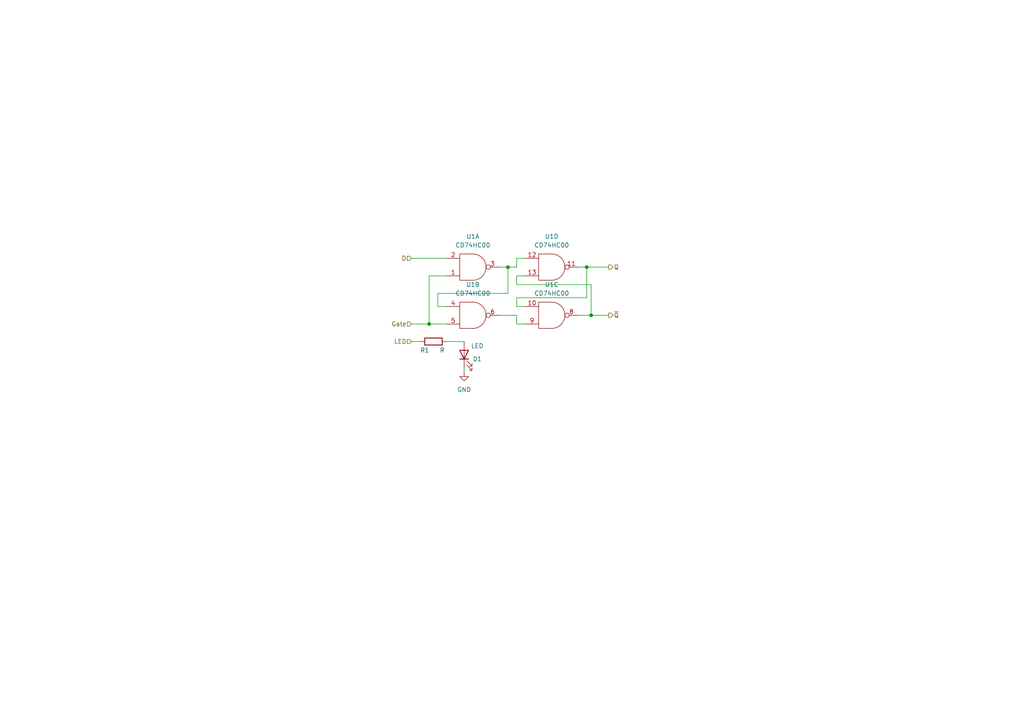
<source format=kicad_sch>
(kicad_sch (version 20211123) (generator eeschema)
  (paper "A4")
  (lib_symbols
    (symbol "CD74HCXX:CD74HC00" (pin_names (offset 0.762))
      (property "Reference" "U" (at -2.54 6.985 0))
      (property "Value" "CD74HC00" (at 1.27 5.08 0))
      (symbol "CD74HC00_0_0"
        (pin power_in line (at -2.54 2.54 0) (length 0) hide (name "VCC") (number "14"))
        (pin power_in line (at -2.54 -2.54 0) (length 0) hide (name "GND") (number "7"))
      )
      (symbol "CD74HC00_0_1"
        (arc (start 0 -3.81) (mid 3.81 0) (end 0 3.81))
        (polyline (pts (xy 0 3.81) (xy -3.81 3.81) (xy -3.81 -3.81) (xy 0 -3.81)))
      )
      (symbol "CD74HC00_0_2"
        (arc (start -4.445 -3.81) (mid -3.175 0) (end -4.445 3.81))
        (arc (start -3.175 -3.81) (mid 0.803 -2.7954) (end 3.81 0))
        (polyline (pts (xy -4.445 -3.81) (xy -3.175 -3.81)))
        (polyline (pts (xy -4.445 3.81) (xy -3.175 3.81)))
        (arc (start 3.81 0) (mid 0.8099 2.8117) (end -3.175 3.81))
      )
      (symbol "CD74HC00_1_1"
        (pin input line (at -7.62 2.54 0) (length 3.81) (name "~") (number "1"))
        (pin input line (at -7.62 -2.54 0) (length 3.81) (name "~") (number "2"))
        (pin output inverted (at 7.62 0 180) (length 3.81) (name "~") (number "3"))
      )
      (symbol "CD74HC00_1_2"
        (pin input inverted (at -7.62 2.54 0) (length 3.81) (name "~") (number "1"))
        (pin input inverted (at -7.62 -2.54 0) (length 3.81) (name "~") (number "2"))
        (pin output line (at 7.62 0 180) (length 3.81) (name "~") (number "3"))
      )
      (symbol "CD74HC00_2_1"
        (pin input line (at -7.62 2.54 0) (length 3.81) (name "~") (number "4"))
        (pin input line (at -7.62 -2.54 0) (length 3.81) (name "~") (number "5"))
        (pin output inverted (at 7.62 0 180) (length 3.81) (name "~") (number "6"))
      )
      (symbol "CD74HC00_2_2"
        (pin input inverted (at -7.62 2.54 0) (length 3.81) (name "~") (number "4"))
        (pin input inverted (at -7.62 -2.54 0) (length 3.81) (name "~") (number "5"))
        (pin output line (at 7.62 0 180) (length 3.81) (name "~") (number "6"))
      )
      (symbol "CD74HC00_3_1"
        (pin input line (at -7.62 -2.54 0) (length 3.81) (name "~") (number "10"))
        (pin output inverted (at 7.62 0 180) (length 3.81) (name "~") (number "8"))
        (pin input line (at -7.62 2.54 0) (length 3.81) (name "~") (number "9"))
      )
      (symbol "CD74HC00_3_2"
        (pin input inverted (at -7.62 -2.54 0) (length 3.81) (name "~") (number "10"))
        (pin output line (at 7.62 0 180) (length 3.81) (name "~") (number "8"))
        (pin input inverted (at -7.62 2.54 0) (length 3.81) (name "~") (number "9"))
      )
      (symbol "CD74HC00_4_1"
        (pin output inverted (at 7.62 0 180) (length 3.81) (name "~") (number "11"))
        (pin input line (at -7.62 2.54 0) (length 3.81) (name "~") (number "12"))
        (pin input line (at -7.62 -2.54 0) (length 3.81) (name "~") (number "13"))
      )
      (symbol "CD74HC00_4_2"
        (pin output line (at 7.62 0 180) (length 3.81) (name "~") (number "11"))
        (pin input inverted (at -7.62 2.54 0) (length 3.81) (name "~") (number "12"))
        (pin input inverted (at -7.62 -2.54 0) (length 3.81) (name "~") (number "13"))
      )
    )
    (symbol "Device:LED" (pin_numbers hide) (pin_names (offset 1.016) hide)
      (property "Reference" "D" (at 0 2.54 0))
      (property "Value" "LED" (at 0 -2.54 0))
      (symbol "LED_0_1"
        (polyline (pts (xy -1.27 -1.27) (xy -1.27 1.27)) (stroke (width 0.254)))
        (polyline (pts (xy -1.27 0) (xy 1.27 0)))
        (polyline (pts (xy 1.27 -1.27) (xy 1.27 1.27) (xy -1.27 0) (xy 1.27 -1.27)) (stroke (width 0.254)))
        (polyline (pts (xy -3.048 -0.762) (xy -4.572 -2.286) (xy -3.81 -2.286) (xy -4.572 -2.286) (xy -4.572 -1.524)))
        (polyline (pts (xy -1.778 -0.762) (xy -3.302 -2.286) (xy -2.54 -2.286) (xy -3.302 -2.286) (xy -3.302 -1.524)))
      )
      (symbol "LED_1_1"
        (pin passive line (at -3.81 0 0) (length 2.54) (name "K") (number "1"))
        (pin passive line (at 3.81 0 180) (length 2.54) (name "A") (number "2"))
      )
    )
    (symbol "Device:R" (pin_numbers hide) (pin_names (offset 0))
      (property "Reference" "R" (at 2.032 0 90))
      (property "Value" "R" (at 0 0 90))
      (symbol "R_0_1"
        (rectangle (start -1.016 -2.54) (end 1.016 2.54) (stroke (width 0.254)))
      )
      (symbol "R_1_1"
        (pin passive line (at 0 3.81 270) (length 1.27) (name "~") (number "1"))
        (pin passive line (at 0 -3.81 90) (length 1.27) (name "~") (number "2"))
      )
    )
    (symbol "power:GND" (power) (pin_names (offset 0))
      (property "Value" "GND" (at 0 -3.81 0))
      (symbol "GND_0_1"
        (polyline (pts (xy 0 0) (xy 0 -1.27) (xy 1.27 -1.27) (xy 0 -2.54) (xy -1.27 -1.27) (xy 0 -1.27)))
      )
      (symbol "GND_1_1"
        (pin power_in line (at 0 0 270) (length 0) hide (name "GND") (number "1"))
      )
    )
  )
  (junction (at 124.46 93.98))
  (junction (at 147.32 77.47))
  (junction (at 171.45 91.44))
  (junction (at 170.18 77.47))
  (wire (pts (xy 124.46 93.98) (xy 129.54 93.98)))
  (wire (pts (xy 171.45 91.44) (xy 167.64 91.44)))
  (wire (pts (xy 127 85.09) (xy 147.32 85.09)))
  (wire (pts (xy 129.54 99.06) (xy 134.62 99.06)))
  (wire (pts (xy 144.78 77.47) (xy 147.32 77.47)))
  (wire (pts (xy 149.86 91.44) (xy 149.86 93.98)))
  (wire (pts (xy 171.45 91.44) (xy 176.53 91.44)))
  (wire (pts (xy 119.38 99.06) (xy 121.92 99.06)))
  (wire (pts (xy 149.86 77.47) (xy 147.32 77.47)))
  (wire (pts (xy 149.86 88.9) (xy 149.86 86.36)))
  (wire (pts (xy 171.45 82.55) (xy 171.45 91.44)))
  (wire (pts (xy 152.4 80.01) (xy 149.86 80.01)))
  (wire (pts (xy 129.54 88.9) (xy 127 88.9)))
  (wire (pts (xy 129.54 80.01) (xy 124.46 80.01)))
  (wire (pts (xy 134.62 107.95) (xy 134.62 106.68)))
  (wire (pts (xy 127 88.9) (xy 127 85.09)))
  (wire (pts (xy 119.38 93.98) (xy 124.46 93.98)))
  (wire (pts (xy 170.18 77.47) (xy 176.53 77.47)))
  (wire (pts (xy 147.32 77.47) (xy 147.32 85.09)))
  (wire (pts (xy 149.86 82.55) (xy 171.45 82.55)))
  (wire (pts (xy 152.4 88.9) (xy 149.86 88.9)))
  (wire (pts (xy 149.86 80.01) (xy 149.86 82.55)))
  (wire (pts (xy 170.18 86.36) (xy 170.18 77.47)))
  (wire (pts (xy 149.86 74.93) (xy 149.86 77.47)))
  (wire (pts (xy 170.18 77.47) (xy 167.64 77.47)))
  (wire (pts (xy 149.86 93.98) (xy 152.4 93.98)))
  (wire (pts (xy 124.46 80.01) (xy 124.46 93.98)))
  (wire (pts (xy 152.4 74.93) (xy 149.86 74.93)))
  (wire (pts (xy 144.78 91.44) (xy 149.86 91.44)))
  (wire (pts (xy 129.54 74.93) (xy 119.38 74.93)))
  (wire (pts (xy 149.86 86.36) (xy 170.18 86.36)))
  (hierarchical_label "Gate" (shape input) (at 119.38 93.98 180))
  (hierarchical_label "D" (shape input) (at 119.38 74.93 180))
  (hierarchical_label "Q" (shape output) (at 176.53 77.47 0))
  (hierarchical_label "LED" (shape input) (at 119.38 99.06 180))
  (hierarchical_label "~{Q}" (shape output) (at 176.53 91.44 0))
  (symbol (lib_id "CD74HCXX:CD74HC00") (at 160.02 91.44 0) (mirror x) (unit 3)
    (property "Reference" "U1" (at 160.02 82.55 0))
    (property "Value" "CD74HC00" (at 160.02 85.09 0))
    (property "Footprint" "Package_DIP:DIP-14_W7.62mm" (effects hide))
  )
  (symbol (lib_id "Device:LED") (at 134.62 102.87 90) (unit 1)
    (property "Reference" "D1" (at 138.43 104.14 90))
    (property "Value" "LED" (at 138.43 100.33 90))
    (property "Footprint" "LED_THT:LED_D3.0mm" (effects hide))
  )
  (symbol (lib_id "power:GND") (at 134.62 107.95 0) (unit 1)
    (property "Reference" "#PWR03" (effects hide))
    (property "Value" "GND" (at 134.62 113.03 0))
  )
  (symbol (lib_id "CD74HCXX:CD74HC00") (at 137.16 77.47 0) (mirror x) (unit 1)
    (property "Reference" "U1" (at 137.16 68.58 0))
    (property "Value" "CD74HC00" (at 137.16 71.12 0))
    (property "Footprint" "Package_DIP:DIP-14_W7.62mm" (effects hide))
  )
  (symbol (lib_id "CD74HCXX:CD74HC00") (at 160.02 77.47 0) (unit 4)
    (property "Reference" "U1" (at 160.02 68.58 0))
    (property "Value" "CD74HC00" (at 160.02 71.12 0))
    (property "Footprint" "Package_DIP:DIP-14_W7.62mm" (effects hide))
  )
  (symbol (lib_id "CD74HCXX:CD74HC00") (at 137.16 91.44 0) (unit 2)
    (property "Reference" "U1" (at 137.16 82.55 0))
    (property "Value" "CD74HC00" (at 137.16 85.09 0))
    (property "Footprint" "Package_DIP:DIP-14_W7.62mm" (effects hide))
  )
  (symbol (lib_id "Device:R") (at 125.73 99.06 90) (unit 1)
    (property "Reference" "R1" (at 123.19 101.6 90))
    (property "Value" "R" (at 128.27 101.6 90))
    (property "Footprint" "Resistor_SMD:R_0603_1608Metric_Pad0.98x0.95mm_HandSolder" (effects hide))
  )
)
</source>
